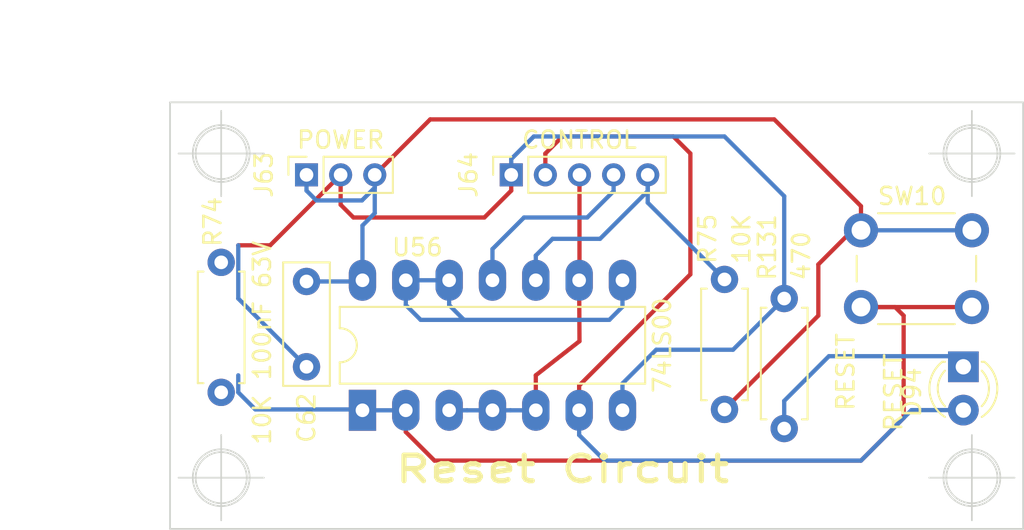
<source format=kicad_pcb>
(kicad_pcb (version 20171130) (host pcbnew 5.1.5+dfsg1-2build2)

  (general
    (thickness 1.6)
    (drawings 15)
    (tracks 98)
    (zones 0)
    (modules 9)
    (nets 10)
  )

  (page A4)
  (title_block
    (title "Reset Circuit")
    (date 2021-02-22)
    (rev 3)
    (comment 1 "Tec. Henrique Silva")
  )

  (layers
    (0 F.Cu signal)
    (31 B.Cu signal)
    (32 B.Adhes user)
    (33 F.Adhes user)
    (34 B.Paste user)
    (35 F.Paste user)
    (36 B.SilkS user)
    (37 F.SilkS user)
    (38 B.Mask user)
    (39 F.Mask user)
    (40 Dwgs.User user)
    (41 Cmts.User user)
    (42 Eco1.User user)
    (43 Eco2.User user)
    (44 Edge.Cuts user)
    (45 Margin user)
    (46 B.CrtYd user)
    (47 F.CrtYd user)
    (48 B.Fab user)
    (49 F.Fab user)
  )

  (setup
    (last_trace_width 0.25)
    (trace_clearance 0.2)
    (zone_clearance 0.508)
    (zone_45_only no)
    (trace_min 0.2)
    (via_size 0.8)
    (via_drill 0.4)
    (via_min_size 0.4)
    (via_min_drill 0.3)
    (uvia_size 0.3)
    (uvia_drill 0.1)
    (uvias_allowed no)
    (uvia_min_size 0.2)
    (uvia_min_drill 0.1)
    (edge_width 0.1)
    (segment_width 0.2)
    (pcb_text_width 0.3)
    (pcb_text_size 1.5 1.5)
    (mod_edge_width 0.15)
    (mod_text_size 1 1)
    (mod_text_width 0.15)
    (pad_size 1.524 1.524)
    (pad_drill 0.762)
    (pad_to_mask_clearance 0)
    (aux_axis_origin 0 0)
    (visible_elements FFFFFF7F)
    (pcbplotparams
      (layerselection 0x010fc_ffffffff)
      (usegerberextensions false)
      (usegerberattributes false)
      (usegerberadvancedattributes false)
      (creategerberjobfile false)
      (excludeedgelayer true)
      (linewidth 0.100000)
      (plotframeref false)
      (viasonmask false)
      (mode 1)
      (useauxorigin false)
      (hpglpennumber 1)
      (hpglpenspeed 20)
      (hpglpendiameter 15.000000)
      (psnegative false)
      (psa4output false)
      (plotreference true)
      (plotvalue true)
      (plotinvisibletext false)
      (padsonsilk false)
      (subtractmaskfromsilk false)
      (outputformat 1)
      (mirror false)
      (drillshape 1)
      (scaleselection 1)
      (outputdirectory ""))
  )

  (net 0 "")
  (net 1 GND)
  (net 2 +5V)
  (net 3 \cycle_end)
  (net 4 \CYCLE_RST)
  (net 5 \RESET)
  (net 6 RESET)
  (net 7 "Net-(R74-Pad1)")
  (net 8 "Net-(U56-Pad12)")
  (net 9 "Net-(D94-Pad1)")

  (net_class Default "This is the default net class."
    (clearance 0.2)
    (trace_width 0.25)
    (via_dia 0.8)
    (via_drill 0.4)
    (uvia_dia 0.3)
    (uvia_drill 0.1)
    (add_net +5V)
    (add_net GND)
    (add_net "Net-(D94-Pad1)")
    (add_net "Net-(R74-Pad1)")
    (add_net "Net-(U56-Pad12)")
    (add_net RESET)
    (add_net \CYCLE_RST)
    (add_net \RESET)
    (add_net \cycle_end)
  )

  (module Button_Switch_THT:SW_PUSH_6mm_H5mm (layer F.Cu) (tedit 5A02FE31) (tstamp 600ED621)
    (at 180 94 180)
    (descr "tactile push button, 6x6mm e.g. PHAP33xx series, height=5mm")
    (tags "tact sw push 6mm")
    (path /6014144A)
    (fp_text reference SW10 (at 3.5 6.5) (layer F.SilkS)
      (effects (font (size 1 1) (thickness 0.15)))
    )
    (fp_text value RESET (at 7.4 -3.8 90) (layer F.SilkS)
      (effects (font (size 1 1) (thickness 0.15)))
    )
    (fp_circle (center 3.25 2.25) (end 1.25 2.5) (layer F.Fab) (width 0.1))
    (fp_line (start 6.75 3) (end 6.75 1.5) (layer F.SilkS) (width 0.12))
    (fp_line (start 5.5 -1) (end 1 -1) (layer F.SilkS) (width 0.12))
    (fp_line (start -0.25 1.5) (end -0.25 3) (layer F.SilkS) (width 0.12))
    (fp_line (start 1 5.5) (end 5.5 5.5) (layer F.SilkS) (width 0.12))
    (fp_line (start 8 -1.25) (end 8 5.75) (layer F.CrtYd) (width 0.05))
    (fp_line (start 7.75 6) (end -1.25 6) (layer F.CrtYd) (width 0.05))
    (fp_line (start -1.5 5.75) (end -1.5 -1.25) (layer F.CrtYd) (width 0.05))
    (fp_line (start -1.25 -1.5) (end 7.75 -1.5) (layer F.CrtYd) (width 0.05))
    (fp_line (start -1.5 6) (end -1.25 6) (layer F.CrtYd) (width 0.05))
    (fp_line (start -1.5 5.75) (end -1.5 6) (layer F.CrtYd) (width 0.05))
    (fp_line (start -1.5 -1.5) (end -1.25 -1.5) (layer F.CrtYd) (width 0.05))
    (fp_line (start -1.5 -1.25) (end -1.5 -1.5) (layer F.CrtYd) (width 0.05))
    (fp_line (start 8 -1.5) (end 8 -1.25) (layer F.CrtYd) (width 0.05))
    (fp_line (start 7.75 -1.5) (end 8 -1.5) (layer F.CrtYd) (width 0.05))
    (fp_line (start 8 6) (end 8 5.75) (layer F.CrtYd) (width 0.05))
    (fp_line (start 7.75 6) (end 8 6) (layer F.CrtYd) (width 0.05))
    (fp_line (start 0.25 -0.75) (end 3.25 -0.75) (layer F.Fab) (width 0.1))
    (fp_line (start 0.25 5.25) (end 0.25 -0.75) (layer F.Fab) (width 0.1))
    (fp_line (start 6.25 5.25) (end 0.25 5.25) (layer F.Fab) (width 0.1))
    (fp_line (start 6.25 -0.75) (end 6.25 5.25) (layer F.Fab) (width 0.1))
    (fp_line (start 3.25 -0.75) (end 6.25 -0.75) (layer F.Fab) (width 0.1))
    (fp_text user %R (at 3.25 2.25) (layer F.Fab)
      (effects (font (size 1 1) (thickness 0.15)))
    )
    (pad 1 thru_hole circle (at 6.5 0 270) (size 2 2) (drill 1.1) (layers *.Cu *.Mask)
      (net 7 "Net-(R74-Pad1)"))
    (pad 2 thru_hole circle (at 6.5 4.5 270) (size 2 2) (drill 1.1) (layers *.Cu *.Mask)
      (net 2 +5V))
    (pad 1 thru_hole circle (at 0 0 270) (size 2 2) (drill 1.1) (layers *.Cu *.Mask)
      (net 7 "Net-(R74-Pad1)"))
    (pad 2 thru_hole circle (at 0 4.5 270) (size 2 2) (drill 1.1) (layers *.Cu *.Mask)
      (net 2 +5V))
    (model ${KISYS3DMOD}/Button_Switch_THT.3dshapes/SW_PUSH_6mm_H5mm.wrl
      (at (xyz 0 0 0))
      (scale (xyz 1 1 1))
      (rotate (xyz 0 0 0))
    )
  )

  (module Resistor_THT:R_Axial_DIN0207_L6.3mm_D2.5mm_P7.62mm_Horizontal (layer F.Cu) (tedit 5AE5139B) (tstamp 600ECB6A)
    (at 169 93.5 270)
    (descr "Resistor, Axial_DIN0207 series, Axial, Horizontal, pin pitch=7.62mm, 0.25W = 1/4W, length*diameter=6.3*2.5mm^2, http://cdn-reichelt.de/documents/datenblatt/B400/1_4W%23YAG.pdf")
    (tags "Resistor Axial_DIN0207 series Axial Horizontal pin pitch 7.62mm 0.25W = 1/4W length 6.3mm diameter 2.5mm")
    (path /60117C65)
    (fp_text reference R131 (at -3 1 90) (layer F.SilkS)
      (effects (font (size 1 1) (thickness 0.15)))
    )
    (fp_text value 470 (at -2.5 -1 90) (layer F.SilkS)
      (effects (font (size 1 1) (thickness 0.15)))
    )
    (fp_text user %R (at 3.81 0 90) (layer F.Fab)
      (effects (font (size 1 1) (thickness 0.15)))
    )
    (fp_line (start 8.67 -1.5) (end -1.05 -1.5) (layer F.CrtYd) (width 0.05))
    (fp_line (start 8.67 1.5) (end 8.67 -1.5) (layer F.CrtYd) (width 0.05))
    (fp_line (start -1.05 1.5) (end 8.67 1.5) (layer F.CrtYd) (width 0.05))
    (fp_line (start -1.05 -1.5) (end -1.05 1.5) (layer F.CrtYd) (width 0.05))
    (fp_line (start 7.08 1.37) (end 7.08 1.04) (layer F.SilkS) (width 0.12))
    (fp_line (start 0.54 1.37) (end 7.08 1.37) (layer F.SilkS) (width 0.12))
    (fp_line (start 0.54 1.04) (end 0.54 1.37) (layer F.SilkS) (width 0.12))
    (fp_line (start 7.08 -1.37) (end 7.08 -1.04) (layer F.SilkS) (width 0.12))
    (fp_line (start 0.54 -1.37) (end 7.08 -1.37) (layer F.SilkS) (width 0.12))
    (fp_line (start 0.54 -1.04) (end 0.54 -1.37) (layer F.SilkS) (width 0.12))
    (fp_line (start 7.62 0) (end 6.96 0) (layer F.Fab) (width 0.1))
    (fp_line (start 0 0) (end 0.66 0) (layer F.Fab) (width 0.1))
    (fp_line (start 6.96 -1.25) (end 0.66 -1.25) (layer F.Fab) (width 0.1))
    (fp_line (start 6.96 1.25) (end 6.96 -1.25) (layer F.Fab) (width 0.1))
    (fp_line (start 0.66 1.25) (end 6.96 1.25) (layer F.Fab) (width 0.1))
    (fp_line (start 0.66 -1.25) (end 0.66 1.25) (layer F.Fab) (width 0.1))
    (pad 2 thru_hole oval (at 7.62 0 270) (size 1.6 1.6) (drill 0.8) (layers *.Cu *.Mask)
      (net 9 "Net-(D94-Pad1)"))
    (pad 1 thru_hole circle (at 0 0 270) (size 1.6 1.6) (drill 0.8) (layers *.Cu *.Mask)
      (net 1 GND))
    (model ${KISYS3DMOD}/Resistor_THT.3dshapes/R_Axial_DIN0207_L6.3mm_D2.5mm_P7.62mm_Horizontal.wrl
      (at (xyz 0 0 0))
      (scale (xyz 1 1 1))
      (rotate (xyz 0 0 0))
    )
  )

  (module LED_THT:LED_D3.0mm (layer F.Cu) (tedit 587A3A7B) (tstamp 60336513)
    (at 179.5 97.5 270)
    (descr "LED, diameter 3.0mm, 2 pins")
    (tags "LED diameter 3.0mm 2 pins")
    (path /60117C5D)
    (fp_text reference D94 (at 1.5 3 90) (layer F.SilkS)
      (effects (font (size 1 1) (thickness 0.15)))
    )
    (fp_text value RESET (at 1.5 4.1 90) (layer F.SilkS)
      (effects (font (size 1 1) (thickness 0.15)))
    )
    (fp_line (start 3.7 -2.25) (end -1.15 -2.25) (layer F.CrtYd) (width 0.05))
    (fp_line (start 3.7 2.25) (end 3.7 -2.25) (layer F.CrtYd) (width 0.05))
    (fp_line (start -1.15 2.25) (end 3.7 2.25) (layer F.CrtYd) (width 0.05))
    (fp_line (start -1.15 -2.25) (end -1.15 2.25) (layer F.CrtYd) (width 0.05))
    (fp_line (start -0.29 1.08) (end -0.29 1.236) (layer F.SilkS) (width 0.12))
    (fp_line (start -0.29 -1.236) (end -0.29 -1.08) (layer F.SilkS) (width 0.12))
    (fp_line (start -0.23 -1.16619) (end -0.23 1.16619) (layer F.Fab) (width 0.1))
    (fp_circle (center 1.27 0) (end 2.77 0) (layer F.Fab) (width 0.1))
    (fp_arc (start 1.27 0) (end 0.229039 1.08) (angle -87.9) (layer F.SilkS) (width 0.12))
    (fp_arc (start 1.27 0) (end 0.229039 -1.08) (angle 87.9) (layer F.SilkS) (width 0.12))
    (fp_arc (start 1.27 0) (end -0.29 1.235516) (angle -108.8) (layer F.SilkS) (width 0.12))
    (fp_arc (start 1.27 0) (end -0.29 -1.235516) (angle 108.8) (layer F.SilkS) (width 0.12))
    (fp_arc (start 1.27 0) (end -0.23 -1.16619) (angle 284.3) (layer F.Fab) (width 0.1))
    (pad 2 thru_hole circle (at 2.54 0 270) (size 1.8 1.8) (drill 0.9) (layers *.Cu *.Mask)
      (net 6 RESET))
    (pad 1 thru_hole rect (at 0 0 270) (size 1.8 1.8) (drill 0.9) (layers *.Cu *.Mask)
      (net 9 "Net-(D94-Pad1)"))
    (model ${KISYS3DMOD}/LED_THT.3dshapes/LED_D3.0mm.wrl
      (at (xyz 0 0 0))
      (scale (xyz 1 1 1))
      (rotate (xyz 0 0 0))
    )
  )

  (module Package_DIP:DIP-14_W7.62mm_LongPads (layer F.Cu) (tedit 5A02E8C5) (tstamp 600B7CCF)
    (at 144.28 100.05 90)
    (descr "14-lead though-hole mounted DIP package, row spacing 7.62 mm (300 mils), LongPads")
    (tags "THT DIP DIL PDIP 2.54mm 7.62mm 300mil LongPads")
    (path /6139DA06)
    (fp_text reference U56 (at 9.55 3.22 180) (layer F.SilkS)
      (effects (font (size 1 1) (thickness 0.15)))
    )
    (fp_text value 74LS00 (at 3.81 17.57 90) (layer F.SilkS)
      (effects (font (size 1 1) (thickness 0.15)))
    )
    (fp_text user %R (at 3.81 7.62 90) (layer F.Fab)
      (effects (font (size 1 1) (thickness 0.15)))
    )
    (fp_line (start 9.1 -1.55) (end -1.45 -1.55) (layer F.CrtYd) (width 0.05))
    (fp_line (start 9.1 16.8) (end 9.1 -1.55) (layer F.CrtYd) (width 0.05))
    (fp_line (start -1.45 16.8) (end 9.1 16.8) (layer F.CrtYd) (width 0.05))
    (fp_line (start -1.45 -1.55) (end -1.45 16.8) (layer F.CrtYd) (width 0.05))
    (fp_line (start 6.06 -1.33) (end 4.81 -1.33) (layer F.SilkS) (width 0.12))
    (fp_line (start 6.06 16.57) (end 6.06 -1.33) (layer F.SilkS) (width 0.12))
    (fp_line (start 1.56 16.57) (end 6.06 16.57) (layer F.SilkS) (width 0.12))
    (fp_line (start 1.56 -1.33) (end 1.56 16.57) (layer F.SilkS) (width 0.12))
    (fp_line (start 2.81 -1.33) (end 1.56 -1.33) (layer F.SilkS) (width 0.12))
    (fp_line (start 0.635 -0.27) (end 1.635 -1.27) (layer F.Fab) (width 0.1))
    (fp_line (start 0.635 16.51) (end 0.635 -0.27) (layer F.Fab) (width 0.1))
    (fp_line (start 6.985 16.51) (end 0.635 16.51) (layer F.Fab) (width 0.1))
    (fp_line (start 6.985 -1.27) (end 6.985 16.51) (layer F.Fab) (width 0.1))
    (fp_line (start 1.635 -1.27) (end 6.985 -1.27) (layer F.Fab) (width 0.1))
    (fp_arc (start 3.81 -1.33) (end 2.81 -1.33) (angle -180) (layer F.SilkS) (width 0.12))
    (pad 14 thru_hole oval (at 7.62 0 90) (size 2.4 1.6) (drill 0.8) (layers *.Cu *.Mask)
      (net 2 +5V))
    (pad 7 thru_hole oval (at 0 15.24 90) (size 2.4 1.6) (drill 0.8) (layers *.Cu *.Mask)
      (net 1 GND))
    (pad 13 thru_hole oval (at 7.62 2.54 90) (size 2.4 1.6) (drill 0.8) (layers *.Cu *.Mask)
      (net 8 "Net-(U56-Pad12)"))
    (pad 6 thru_hole oval (at 0 12.7 90) (size 2.4 1.6) (drill 0.8) (layers *.Cu *.Mask)
      (net 6 RESET))
    (pad 12 thru_hole oval (at 7.62 5.08 90) (size 2.4 1.6) (drill 0.8) (layers *.Cu *.Mask)
      (net 8 "Net-(U56-Pad12)"))
    (pad 5 thru_hole oval (at 0 10.16 90) (size 2.4 1.6) (drill 0.8) (layers *.Cu *.Mask)
      (net 5 \RESET))
    (pad 11 thru_hole oval (at 7.62 7.62 90) (size 2.4 1.6) (drill 0.8) (layers *.Cu *.Mask)
      (net 4 \CYCLE_RST))
    (pad 4 thru_hole oval (at 0 7.62 90) (size 2.4 1.6) (drill 0.8) (layers *.Cu *.Mask)
      (net 5 \RESET))
    (pad 10 thru_hole oval (at 7.62 10.16 90) (size 2.4 1.6) (drill 0.8) (layers *.Cu *.Mask)
      (net 3 \cycle_end))
    (pad 3 thru_hole oval (at 0 5.08 90) (size 2.4 1.6) (drill 0.8) (layers *.Cu *.Mask)
      (net 5 \RESET))
    (pad 9 thru_hole oval (at 7.62 12.7 90) (size 2.4 1.6) (drill 0.8) (layers *.Cu *.Mask)
      (net 5 \RESET))
    (pad 2 thru_hole oval (at 0 2.54 90) (size 2.4 1.6) (drill 0.8) (layers *.Cu *.Mask)
      (net 7 "Net-(R74-Pad1)"))
    (pad 8 thru_hole oval (at 7.62 15.24 90) (size 2.4 1.6) (drill 0.8) (layers *.Cu *.Mask)
      (net 8 "Net-(U56-Pad12)"))
    (pad 1 thru_hole rect (at 0 0 90) (size 2.4 1.6) (drill 0.8) (layers *.Cu *.Mask)
      (net 7 "Net-(R74-Pad1)"))
    (model ${KISYS3DMOD}/Package_DIP.3dshapes/DIP-14_W7.62mm.wrl
      (at (xyz 0 0 0))
      (scale (xyz 1 1 1))
      (rotate (xyz 0 0 0))
    )
  )

  (module Resistor_THT:R_Axial_DIN0207_L6.3mm_D2.5mm_P7.62mm_Horizontal (layer F.Cu) (tedit 5AE5139B) (tstamp 600B8075)
    (at 165.5 100 90)
    (descr "Resistor, Axial_DIN0207 series, Axial, Horizontal, pin pitch=7.62mm, 0.25W = 1/4W, length*diameter=6.3*2.5mm^2, http://cdn-reichelt.de/documents/datenblatt/B400/1_4W%23YAG.pdf")
    (tags "Resistor Axial_DIN0207 series Axial Horizontal pin pitch 7.62mm 0.25W = 1/4W length 6.3mm diameter 2.5mm")
    (path /60FC2250)
    (fp_text reference R75 (at 10 -1 90) (layer F.SilkS)
      (effects (font (size 1 1) (thickness 0.15)))
    )
    (fp_text value 10K (at 10 1 90) (layer F.SilkS)
      (effects (font (size 1 1) (thickness 0.15)))
    )
    (fp_text user %R (at 3.81 0 90) (layer F.Fab)
      (effects (font (size 1 1) (thickness 0.15)))
    )
    (fp_line (start 8.67 -1.5) (end -1.05 -1.5) (layer F.CrtYd) (width 0.05))
    (fp_line (start 8.67 1.5) (end 8.67 -1.5) (layer F.CrtYd) (width 0.05))
    (fp_line (start -1.05 1.5) (end 8.67 1.5) (layer F.CrtYd) (width 0.05))
    (fp_line (start -1.05 -1.5) (end -1.05 1.5) (layer F.CrtYd) (width 0.05))
    (fp_line (start 7.08 1.37) (end 7.08 1.04) (layer F.SilkS) (width 0.12))
    (fp_line (start 0.54 1.37) (end 7.08 1.37) (layer F.SilkS) (width 0.12))
    (fp_line (start 0.54 1.04) (end 0.54 1.37) (layer F.SilkS) (width 0.12))
    (fp_line (start 7.08 -1.37) (end 7.08 -1.04) (layer F.SilkS) (width 0.12))
    (fp_line (start 0.54 -1.37) (end 7.08 -1.37) (layer F.SilkS) (width 0.12))
    (fp_line (start 0.54 -1.04) (end 0.54 -1.37) (layer F.SilkS) (width 0.12))
    (fp_line (start 7.62 0) (end 6.96 0) (layer F.Fab) (width 0.1))
    (fp_line (start 0 0) (end 0.66 0) (layer F.Fab) (width 0.1))
    (fp_line (start 6.96 -1.25) (end 0.66 -1.25) (layer F.Fab) (width 0.1))
    (fp_line (start 6.96 1.25) (end 6.96 -1.25) (layer F.Fab) (width 0.1))
    (fp_line (start 0.66 1.25) (end 6.96 1.25) (layer F.Fab) (width 0.1))
    (fp_line (start 0.66 -1.25) (end 0.66 1.25) (layer F.Fab) (width 0.1))
    (pad 2 thru_hole oval (at 7.62 0 90) (size 1.6 1.6) (drill 0.8) (layers *.Cu *.Mask)
      (net 3 \cycle_end))
    (pad 1 thru_hole circle (at 0 0 90) (size 1.6 1.6) (drill 0.8) (layers *.Cu *.Mask)
      (net 2 +5V))
    (model ${KISYS3DMOD}/Resistor_THT.3dshapes/R_Axial_DIN0207_L6.3mm_D2.5mm_P7.62mm_Horizontal.wrl
      (at (xyz 0 0 0))
      (scale (xyz 1 1 1))
      (rotate (xyz 0 0 0))
    )
  )

  (module Resistor_THT:R_Axial_DIN0207_L6.3mm_D2.5mm_P7.62mm_Horizontal (layer F.Cu) (tedit 5AE5139B) (tstamp 600B7F78)
    (at 136 99 90)
    (descr "Resistor, Axial_DIN0207 series, Axial, Horizontal, pin pitch=7.62mm, 0.25W = 1/4W, length*diameter=6.3*2.5mm^2, http://cdn-reichelt.de/documents/datenblatt/B400/1_4W%23YAG.pdf")
    (tags "Resistor Axial_DIN0207 series Axial Horizontal pin pitch 7.62mm 0.25W = 1/4W length 6.3mm diameter 2.5mm")
    (path /613CFAC0)
    (fp_text reference R74 (at 10 -0.5 90) (layer F.SilkS)
      (effects (font (size 1 1) (thickness 0.15)))
    )
    (fp_text value 10K (at -1.6 2.4 90) (layer F.SilkS)
      (effects (font (size 1 1) (thickness 0.15)))
    )
    (fp_text user %R (at 3.81 0 90) (layer F.Fab)
      (effects (font (size 1 1) (thickness 0.15)))
    )
    (fp_line (start 8.67 -1.5) (end -1.05 -1.5) (layer F.CrtYd) (width 0.05))
    (fp_line (start 8.67 1.5) (end 8.67 -1.5) (layer F.CrtYd) (width 0.05))
    (fp_line (start -1.05 1.5) (end 8.67 1.5) (layer F.CrtYd) (width 0.05))
    (fp_line (start -1.05 -1.5) (end -1.05 1.5) (layer F.CrtYd) (width 0.05))
    (fp_line (start 7.08 1.37) (end 7.08 1.04) (layer F.SilkS) (width 0.12))
    (fp_line (start 0.54 1.37) (end 7.08 1.37) (layer F.SilkS) (width 0.12))
    (fp_line (start 0.54 1.04) (end 0.54 1.37) (layer F.SilkS) (width 0.12))
    (fp_line (start 7.08 -1.37) (end 7.08 -1.04) (layer F.SilkS) (width 0.12))
    (fp_line (start 0.54 -1.37) (end 7.08 -1.37) (layer F.SilkS) (width 0.12))
    (fp_line (start 0.54 -1.04) (end 0.54 -1.37) (layer F.SilkS) (width 0.12))
    (fp_line (start 7.62 0) (end 6.96 0) (layer F.Fab) (width 0.1))
    (fp_line (start 0 0) (end 0.66 0) (layer F.Fab) (width 0.1))
    (fp_line (start 6.96 -1.25) (end 0.66 -1.25) (layer F.Fab) (width 0.1))
    (fp_line (start 6.96 1.25) (end 6.96 -1.25) (layer F.Fab) (width 0.1))
    (fp_line (start 0.66 1.25) (end 6.96 1.25) (layer F.Fab) (width 0.1))
    (fp_line (start 0.66 -1.25) (end 0.66 1.25) (layer F.Fab) (width 0.1))
    (pad 2 thru_hole oval (at 7.62 0 90) (size 1.6 1.6) (drill 0.8) (layers *.Cu *.Mask)
      (net 1 GND))
    (pad 1 thru_hole circle (at 0 0 90) (size 1.6 1.6) (drill 0.8) (layers *.Cu *.Mask)
      (net 7 "Net-(R74-Pad1)"))
    (model ${KISYS3DMOD}/Resistor_THT.3dshapes/R_Axial_DIN0207_L6.3mm_D2.5mm_P7.62mm_Horizontal.wrl
      (at (xyz 0 0 0))
      (scale (xyz 1 1 1))
      (rotate (xyz 0 0 0))
    )
  )

  (module Connector_PinSocket_2.00mm:PinSocket_1x05_P2.00mm_Vertical (layer F.Cu) (tedit 5A19A42B) (tstamp 600B7C60)
    (at 153 86.25 90)
    (descr "Through hole straight socket strip, 1x05, 2.00mm pitch, single row (from Kicad 4.0.7), script generated")
    (tags "Through hole socket strip THT 1x05 2.00mm single row")
    (path /6324548C)
    (fp_text reference J64 (at 0 -2.5 90) (layer F.SilkS)
      (effects (font (size 1 1) (thickness 0.15)))
    )
    (fp_text value CONTROL (at 2.05 4 180) (layer F.SilkS)
      (effects (font (size 1 1) (thickness 0.15)))
    )
    (fp_text user %R (at 0 4) (layer F.Fab)
      (effects (font (size 1 1) (thickness 0.15)))
    )
    (fp_line (start -1.5 9.5) (end -1.5 -1.5) (layer F.CrtYd) (width 0.05))
    (fp_line (start 1.5 9.5) (end -1.5 9.5) (layer F.CrtYd) (width 0.05))
    (fp_line (start 1.5 -1.5) (end 1.5 9.5) (layer F.CrtYd) (width 0.05))
    (fp_line (start -1.5 -1.5) (end 1.5 -1.5) (layer F.CrtYd) (width 0.05))
    (fp_line (start 0 -1.06) (end 1.06 -1.06) (layer F.SilkS) (width 0.12))
    (fp_line (start 1.06 -1.06) (end 1.06 0) (layer F.SilkS) (width 0.12))
    (fp_line (start 1.06 1) (end 1.06 9.06) (layer F.SilkS) (width 0.12))
    (fp_line (start -1.06 9.06) (end 1.06 9.06) (layer F.SilkS) (width 0.12))
    (fp_line (start -1.06 1) (end -1.06 9.06) (layer F.SilkS) (width 0.12))
    (fp_line (start -1.06 1) (end 1.06 1) (layer F.SilkS) (width 0.12))
    (fp_line (start -1 9) (end -1 -1) (layer F.Fab) (width 0.1))
    (fp_line (start 1 9) (end -1 9) (layer F.Fab) (width 0.1))
    (fp_line (start 1 -0.5) (end 1 9) (layer F.Fab) (width 0.1))
    (fp_line (start 0.5 -1) (end 1 -0.5) (layer F.Fab) (width 0.1))
    (fp_line (start -1 -1) (end 0.5 -1) (layer F.Fab) (width 0.1))
    (pad 5 thru_hole oval (at 0 8 90) (size 1.35 1.35) (drill 0.8) (layers *.Cu *.Mask)
      (net 3 \cycle_end))
    (pad 4 thru_hole oval (at 0 6 90) (size 1.35 1.35) (drill 0.8) (layers *.Cu *.Mask)
      (net 4 \CYCLE_RST))
    (pad 3 thru_hole oval (at 0 4 90) (size 1.35 1.35) (drill 0.8) (layers *.Cu *.Mask)
      (net 5 \RESET))
    (pad 2 thru_hole oval (at 0 2 90) (size 1.35 1.35) (drill 0.8) (layers *.Cu *.Mask)
      (net 6 RESET))
    (pad 1 thru_hole rect (at 0 0 90) (size 1.35 1.35) (drill 0.8) (layers *.Cu *.Mask)
      (net 1 GND))
    (model ${KISYS3DMOD}/Connector_PinSocket_2.00mm.3dshapes/PinSocket_1x05_P2.00mm_Vertical.wrl
      (at (xyz 0 0 0))
      (scale (xyz 1 1 1))
      (rotate (xyz 0 0 0))
    )
  )

  (module Connector_PinSocket_2.00mm:PinSocket_1x03_P2.00mm_Vertical (layer F.Cu) (tedit 5A19A42B) (tstamp 600B7C47)
    (at 141 86.25 90)
    (descr "Through hole straight socket strip, 1x03, 2.00mm pitch, single row (from Kicad 4.0.7), script generated")
    (tags "Through hole socket strip THT 1x03 2.00mm single row")
    (path /632454A6)
    (fp_text reference J63 (at 0 -2.5 90) (layer F.SilkS)
      (effects (font (size 1 1) (thickness 0.15)))
    )
    (fp_text value POWER (at 2.05 2 180) (layer F.SilkS)
      (effects (font (size 1 1) (thickness 0.15)))
    )
    (fp_text user %R (at 0 2) (layer F.Fab)
      (effects (font (size 1 1) (thickness 0.15)))
    )
    (fp_line (start -1.5 5.5) (end -1.5 -1.5) (layer F.CrtYd) (width 0.05))
    (fp_line (start 1.5 5.5) (end -1.5 5.5) (layer F.CrtYd) (width 0.05))
    (fp_line (start 1.5 -1.5) (end 1.5 5.5) (layer F.CrtYd) (width 0.05))
    (fp_line (start -1.5 -1.5) (end 1.5 -1.5) (layer F.CrtYd) (width 0.05))
    (fp_line (start 0 -1.06) (end 1.06 -1.06) (layer F.SilkS) (width 0.12))
    (fp_line (start 1.06 -1.06) (end 1.06 0) (layer F.SilkS) (width 0.12))
    (fp_line (start 1.06 1) (end 1.06 5.06) (layer F.SilkS) (width 0.12))
    (fp_line (start -1.06 5.06) (end 1.06 5.06) (layer F.SilkS) (width 0.12))
    (fp_line (start -1.06 1) (end -1.06 5.06) (layer F.SilkS) (width 0.12))
    (fp_line (start -1.06 1) (end 1.06 1) (layer F.SilkS) (width 0.12))
    (fp_line (start -1 5) (end -1 -1) (layer F.Fab) (width 0.1))
    (fp_line (start 1 5) (end -1 5) (layer F.Fab) (width 0.1))
    (fp_line (start 1 -0.5) (end 1 5) (layer F.Fab) (width 0.1))
    (fp_line (start 0.5 -1) (end 1 -0.5) (layer F.Fab) (width 0.1))
    (fp_line (start -1 -1) (end 0.5 -1) (layer F.Fab) (width 0.1))
    (pad 3 thru_hole oval (at 0 4 90) (size 1.35 1.35) (drill 0.8) (layers *.Cu *.Mask)
      (net 2 +5V))
    (pad 2 thru_hole oval (at 0 2 90) (size 1.35 1.35) (drill 0.8) (layers *.Cu *.Mask)
      (net 1 GND))
    (pad 1 thru_hole rect (at 0 0 90) (size 1.35 1.35) (drill 0.8) (layers *.Cu *.Mask)
      (net 2 +5V))
    (model ${KISYS3DMOD}/Connector_PinSocket_2.00mm.3dshapes/PinSocket_1x03_P2.00mm_Vertical.wrl
      (at (xyz 0 0 0))
      (scale (xyz 1 1 1))
      (rotate (xyz 0 0 0))
    )
  )

  (module Capacitor_THT:C_Rect_L7.0mm_W2.5mm_P5.00mm (layer F.Cu) (tedit 5AE50EF0) (tstamp 600EC245)
    (at 141 92.5 270)
    (descr "C, Rect series, Radial, pin pitch=5.00mm, , length*width=7*2.5mm^2, Capacitor")
    (tags "C Rect series Radial pin pitch 5.00mm  length 7mm width 2.5mm Capacitor")
    (path /6138718E)
    (fp_text reference C62 (at 8 0 90) (layer F.SilkS)
      (effects (font (size 1 1) (thickness 0.15)))
    )
    (fp_text value "100nF 63V" (at 1.7 2.6 90) (layer F.SilkS)
      (effects (font (size 1 1) (thickness 0.15)))
    )
    (fp_text user %R (at 2.5 0 90) (layer F.Fab)
      (effects (font (size 1 1) (thickness 0.15)))
    )
    (fp_line (start 6.25 -1.5) (end -1.25 -1.5) (layer F.CrtYd) (width 0.05))
    (fp_line (start 6.25 1.5) (end 6.25 -1.5) (layer F.CrtYd) (width 0.05))
    (fp_line (start -1.25 1.5) (end 6.25 1.5) (layer F.CrtYd) (width 0.05))
    (fp_line (start -1.25 -1.5) (end -1.25 1.5) (layer F.CrtYd) (width 0.05))
    (fp_line (start 6.12 -1.37) (end 6.12 1.37) (layer F.SilkS) (width 0.12))
    (fp_line (start -1.12 -1.37) (end -1.12 1.37) (layer F.SilkS) (width 0.12))
    (fp_line (start -1.12 1.37) (end 6.12 1.37) (layer F.SilkS) (width 0.12))
    (fp_line (start -1.12 -1.37) (end 6.12 -1.37) (layer F.SilkS) (width 0.12))
    (fp_line (start 6 -1.25) (end -1 -1.25) (layer F.Fab) (width 0.1))
    (fp_line (start 6 1.25) (end 6 -1.25) (layer F.Fab) (width 0.1))
    (fp_line (start -1 1.25) (end 6 1.25) (layer F.Fab) (width 0.1))
    (fp_line (start -1 -1.25) (end -1 1.25) (layer F.Fab) (width 0.1))
    (pad 2 thru_hole circle (at 5 0 270) (size 1.6 1.6) (drill 0.8) (layers *.Cu *.Mask)
      (net 1 GND))
    (pad 1 thru_hole circle (at 0 0 270) (size 1.6 1.6) (drill 0.8) (layers *.Cu *.Mask)
      (net 2 +5V))
    (model ${KISYS3DMOD}/Capacitor_THT.3dshapes/C_Rect_L7.0mm_W2.5mm_P5.00mm.wrl
      (at (xyz 0 0 0))
      (scale (xyz 1 1 1))
      (rotate (xyz 0 0 0))
    )
  )

  (gr_line (start 183 82) (end 183 107) (layer Edge.Cuts) (width 0.1))
  (gr_line (start 133 107) (end 133 82) (layer Edge.Cuts) (width 0.1))
  (target plus (at 180 104) (size 5) (width 0.1) (layer Edge.Cuts) (tstamp 600EC0A2))
  (target plus (at 136 104) (size 5) (width 0.1) (layer Edge.Cuts) (tstamp 600EC0A5))
  (gr_circle (center 180 104) (end 181.5 104) (layer Edge.Cuts) (width 0.1) (tstamp 600EC0A8))
  (gr_circle (center 136 104) (end 137.5 104) (layer Edge.Cuts) (width 0.1) (tstamp 600EC09F))
  (dimension 25 (width 0.15) (layer Dwgs.User)
    (gr_text "25,000 mm" (at 126.7 94.5 90) (layer Dwgs.User)
      (effects (font (size 1 1) (thickness 0.15)))
    )
    (feature1 (pts (xy 130 82) (xy 127.413579 82)))
    (feature2 (pts (xy 130 107) (xy 127.413579 107)))
    (crossbar (pts (xy 128 107) (xy 128 82)))
    (arrow1a (pts (xy 128 82) (xy 128.586421 83.126504)))
    (arrow1b (pts (xy 128 82) (xy 127.413579 83.126504)))
    (arrow2a (pts (xy 128 107) (xy 128.586421 105.873496)))
    (arrow2b (pts (xy 128 107) (xy 127.413579 105.873496)))
  )
  (gr_line (start 133 82) (end 183 82) (layer Edge.Cuts) (width 0.1))
  (gr_line (start 183 107) (end 133 107) (layer Edge.Cuts) (width 0.1))
  (dimension 50 (width 0.15) (layer Dwgs.User)
    (gr_text "50,000 mm" (at 158 76.7) (layer Dwgs.User)
      (effects (font (size 1 1) (thickness 0.15)))
    )
    (feature1 (pts (xy 183 80) (xy 183 77.413579)))
    (feature2 (pts (xy 133 80) (xy 133 77.413579)))
    (crossbar (pts (xy 133 78) (xy 183 78)))
    (arrow1a (pts (xy 183 78) (xy 181.873496 78.586421)))
    (arrow1b (pts (xy 183 78) (xy 181.873496 77.413579)))
    (arrow2a (pts (xy 133 78) (xy 134.126504 78.586421)))
    (arrow2b (pts (xy 133 78) (xy 134.126504 77.413579)))
  )
  (gr_text "Reset Circuit" (at 156 103.5) (layer F.SilkS)
    (effects (font (size 1.5 2) (thickness 0.3)))
  )
  (gr_circle (center 180 85) (end 181.5 85) (layer Edge.Cuts) (width 0.1))
  (gr_circle (center 136 85) (end 137.5 85) (layer Edge.Cuts) (width 0.1))
  (target plus (at 136 85) (size 5) (width 0.1) (layer Edge.Cuts) (tstamp 600B7AC6))
  (target plus (at 180 85) (size 5) (width 0.1) (layer Edge.Cuts) (tstamp 600B7AC5))

  (segment (start 143 88) (end 143 86.25) (width 0.25) (layer F.Cu) (net 1))
  (segment (start 143.75 88.75) (end 143 88) (width 0.25) (layer F.Cu) (net 1))
  (segment (start 151.425 88.75) (end 143.75 88.75) (width 0.25) (layer F.Cu) (net 1))
  (segment (start 153 87.175) (end 151.425 88.75) (width 0.25) (layer F.Cu) (net 1))
  (segment (start 153 86.25) (end 153 87.175) (width 0.25) (layer F.Cu) (net 1))
  (segment (start 138.87 90.38) (end 137 90.38) (width 0.25) (layer F.Cu) (net 1))
  (segment (start 143 86.25) (end 138.87 90.38) (width 0.25) (layer F.Cu) (net 1))
  (segment (start 137 93.5) (end 141 97.5) (width 0.25) (layer B.Cu) (net 1))
  (segment (start 137 90.38) (end 137 93.5) (width 0.25) (layer B.Cu) (net 1))
  (segment (start 159.52 98.48) (end 159.52 100.05) (width 0.25) (layer B.Cu) (net 1))
  (segment (start 169 87.5) (end 169 93.5) (width 0.25) (layer B.Cu) (net 1))
  (segment (start 165.5 84) (end 169 87.5) (width 0.25) (layer B.Cu) (net 1))
  (segment (start 166 96.5) (end 161.5 96.5) (width 0.25) (layer B.Cu) (net 1))
  (segment (start 169 93.5) (end 166 96.5) (width 0.25) (layer B.Cu) (net 1))
  (segment (start 154.325 84) (end 165.5 84) (width 0.25) (layer B.Cu) (net 1))
  (segment (start 153 85.325) (end 154.325 84) (width 0.25) (layer B.Cu) (net 1))
  (segment (start 161.5 96.5) (end 159.52 98.48) (width 0.25) (layer B.Cu) (net 1))
  (segment (start 153 86.25) (end 153 85.325) (width 0.25) (layer B.Cu) (net 1))
  (segment (start 144.28 89.22) (end 144.28 92.43) (width 0.25) (layer B.Cu) (net 2))
  (segment (start 145 88.5) (end 144.28 89.22) (width 0.25) (layer B.Cu) (net 2))
  (segment (start 144.25 87.75) (end 145 87) (width 0.25) (layer B.Cu) (net 2))
  (segment (start 141 87.175) (end 141.575 87.75) (width 0.25) (layer B.Cu) (net 2))
  (segment (start 141 86.25) (end 141 87.175) (width 0.25) (layer B.Cu) (net 2))
  (segment (start 141.575 87.75) (end 144.25 87.75) (width 0.25) (layer B.Cu) (net 2))
  (segment (start 145 87) (end 145 88.5) (width 0.25) (layer B.Cu) (net 2))
  (segment (start 145 86.25) (end 145 87) (width 0.25) (layer B.Cu) (net 2))
  (segment (start 173.5 89.5) (end 180 89.5) (width 0.25) (layer B.Cu) (net 2))
  (segment (start 173.5 88.085787) (end 168.414213 83) (width 0.25) (layer F.Cu) (net 2))
  (segment (start 173.5 89.5) (end 173.5 88.085787) (width 0.25) (layer F.Cu) (net 2))
  (segment (start 148.25 83) (end 145 86.25) (width 0.25) (layer F.Cu) (net 2))
  (segment (start 168.414213 83) (end 148.25 83) (width 0.25) (layer F.Cu) (net 2))
  (segment (start 171 94.5) (end 165.5 100) (width 0.25) (layer F.Cu) (net 2))
  (segment (start 171 91.5) (end 171 94.5) (width 0.25) (layer F.Cu) (net 2))
  (segment (start 173 89.5) (end 171 91.5) (width 0.25) (layer F.Cu) (net 2))
  (segment (start 173.5 89.5) (end 173 89.5) (width 0.25) (layer F.Cu) (net 2))
  (segment (start 144.21 92.5) (end 144.28 92.43) (width 0.25) (layer B.Cu) (net 2))
  (segment (start 141 92.5) (end 144.21 92.5) (width 0.25) (layer B.Cu) (net 2))
  (segment (start 161 87.204594) (end 158.204594 90) (width 0.25) (layer B.Cu) (net 3))
  (segment (start 161 86.25) (end 161 87.204594) (width 0.25) (layer B.Cu) (net 3))
  (segment (start 154.44 90.98) (end 154.44 92.43) (width 0.25) (layer B.Cu) (net 3))
  (segment (start 155.42 90) (end 154.44 90.98) (width 0.25) (layer B.Cu) (net 3))
  (segment (start 158.204594 90) (end 155.42 90) (width 0.25) (layer B.Cu) (net 3))
  (segment (start 161 87.88) (end 165.5 92.38) (width 0.25) (layer B.Cu) (net 3))
  (segment (start 161 86.25) (end 161 87.88) (width 0.25) (layer B.Cu) (net 3))
  (segment (start 159 87.204594) (end 157.454594 88.75) (width 0.25) (layer B.Cu) (net 4))
  (segment (start 159 86.25) (end 159 87.204594) (width 0.25) (layer B.Cu) (net 4))
  (segment (start 157.454594 88.75) (end 153.75 88.75) (width 0.25) (layer B.Cu) (net 4))
  (segment (start 151.9 90.6) (end 151.9 92.43) (width 0.25) (layer B.Cu) (net 4))
  (segment (start 153.75 88.75) (end 151.9 90.6) (width 0.25) (layer B.Cu) (net 4))
  (segment (start 150.41 100.05) (end 151.9 100.05) (width 0.25) (layer B.Cu) (net 5))
  (segment (start 149.36 100.05) (end 150.41 100.05) (width 0.25) (layer B.Cu) (net 5))
  (segment (start 152.95 100.05) (end 154.44 100.05) (width 0.25) (layer B.Cu) (net 5))
  (segment (start 151.9 100.05) (end 152.95 100.05) (width 0.25) (layer B.Cu) (net 5))
  (segment (start 157 92.41) (end 156.98 92.43) (width 0.25) (layer F.Cu) (net 5))
  (segment (start 157 86.25) (end 157 92.41) (width 0.25) (layer F.Cu) (net 5))
  (segment (start 154.44 98) (end 154.44 100.05) (width 0.25) (layer F.Cu) (net 5))
  (segment (start 157 96) (end 154.44 98) (width 0.25) (layer F.Cu) (net 5))
  (segment (start 156.98 92.43) (end 157 96) (width 0.25) (layer F.Cu) (net 5))
  (segment (start 157 100.03) (end 156.98 100.05) (width 0.25) (layer F.Cu) (net 6))
  (segment (start 155 85) (end 155 86.25) (width 0.25) (layer F.Cu) (net 6))
  (segment (start 156 84) (end 155 85) (width 0.25) (layer F.Cu) (net 6))
  (segment (start 163.5 92.08) (end 163.5 85) (width 0.25) (layer F.Cu) (net 6))
  (segment (start 156.98 98.6) (end 163.5 92.08) (width 0.25) (layer F.Cu) (net 6))
  (segment (start 162.5 84) (end 156 84) (width 0.25) (layer F.Cu) (net 6))
  (segment (start 163.5 85) (end 162.5 84) (width 0.25) (layer F.Cu) (net 6))
  (segment (start 156.98 100.05) (end 156.98 98.6) (width 0.25) (layer F.Cu) (net 6))
  (segment (start 156.98 101.5) (end 156.98 100.05) (width 0.25) (layer B.Cu) (net 6))
  (segment (start 158.48 103) (end 156.98 101.5) (width 0.25) (layer B.Cu) (net 6))
  (segment (start 173.5 103) (end 158.48 103) (width 0.25) (layer B.Cu) (net 6))
  (segment (start 176.46 100.04) (end 173.5 103) (width 0.25) (layer B.Cu) (net 6))
  (segment (start 179.5 100.04) (end 176.46 100.04) (width 0.25) (layer B.Cu) (net 6))
  (segment (start 180 94) (end 173.5 94) (width 0.25) (layer F.Cu) (net 7))
  (segment (start 144.23 100) (end 144.28 100.05) (width 0.25) (layer B.Cu) (net 7))
  (segment (start 138 100) (end 144.23 100) (width 0.25) (layer B.Cu) (net 7))
  (segment (start 137 99) (end 138 100) (width 0.25) (layer B.Cu) (net 7))
  (segment (start 137 98) (end 137 99) (width 0.25) (layer B.Cu) (net 7))
  (segment (start 144.28 100.05) (end 146.82 100.05) (width 0.25) (layer B.Cu) (net 7))
  (segment (start 148.5 103) (end 146.82 101.32) (width 0.25) (layer F.Cu) (net 7))
  (segment (start 146.82 101.32) (end 146.82 100.05) (width 0.25) (layer F.Cu) (net 7))
  (segment (start 176 100.5) (end 173.5 103) (width 0.25) (layer F.Cu) (net 7))
  (segment (start 176 94.5) (end 176 100.5) (width 0.25) (layer F.Cu) (net 7))
  (segment (start 175.5 94) (end 176 94.5) (width 0.25) (layer F.Cu) (net 7))
  (segment (start 173.5 103) (end 148.5 103) (width 0.25) (layer F.Cu) (net 7))
  (segment (start 173.5 94) (end 175.5 94) (width 0.25) (layer F.Cu) (net 7))
  (segment (start 146.82 93.88) (end 147.69 94.75) (width 0.25) (layer B.Cu) (net 8))
  (segment (start 146.82 92.43) (end 146.82 93.88) (width 0.25) (layer B.Cu) (net 8))
  (segment (start 159.52 93.98) (end 159.52 92.43) (width 0.25) (layer B.Cu) (net 8))
  (segment (start 158.75 94.75) (end 159.52 93.98) (width 0.25) (layer B.Cu) (net 8))
  (segment (start 146.82 92.43) (end 149.36 92.43) (width 0.25) (layer B.Cu) (net 8))
  (segment (start 150.23 94.75) (end 150.25 94.75) (width 0.25) (layer B.Cu) (net 8))
  (segment (start 149.36 93.88) (end 150.23 94.75) (width 0.25) (layer B.Cu) (net 8))
  (segment (start 149.36 92.43) (end 149.36 93.88) (width 0.25) (layer B.Cu) (net 8))
  (segment (start 150.25 94.75) (end 158.75 94.75) (width 0.25) (layer B.Cu) (net 8))
  (segment (start 147.69 94.75) (end 150.25 94.75) (width 0.25) (layer B.Cu) (net 8))
  (segment (start 178.88 96.88) (end 179.5 97.5) (width 0.25) (layer F.Cu) (net 9))
  (segment (start 171.62 96.88) (end 169 99.5) (width 0.25) (layer B.Cu) (net 9))
  (segment (start 169 99.5) (end 169 101.12) (width 0.25) (layer B.Cu) (net 9))
  (segment (start 178.88 96.88) (end 171.62 96.88) (width 0.25) (layer B.Cu) (net 9))

)

</source>
